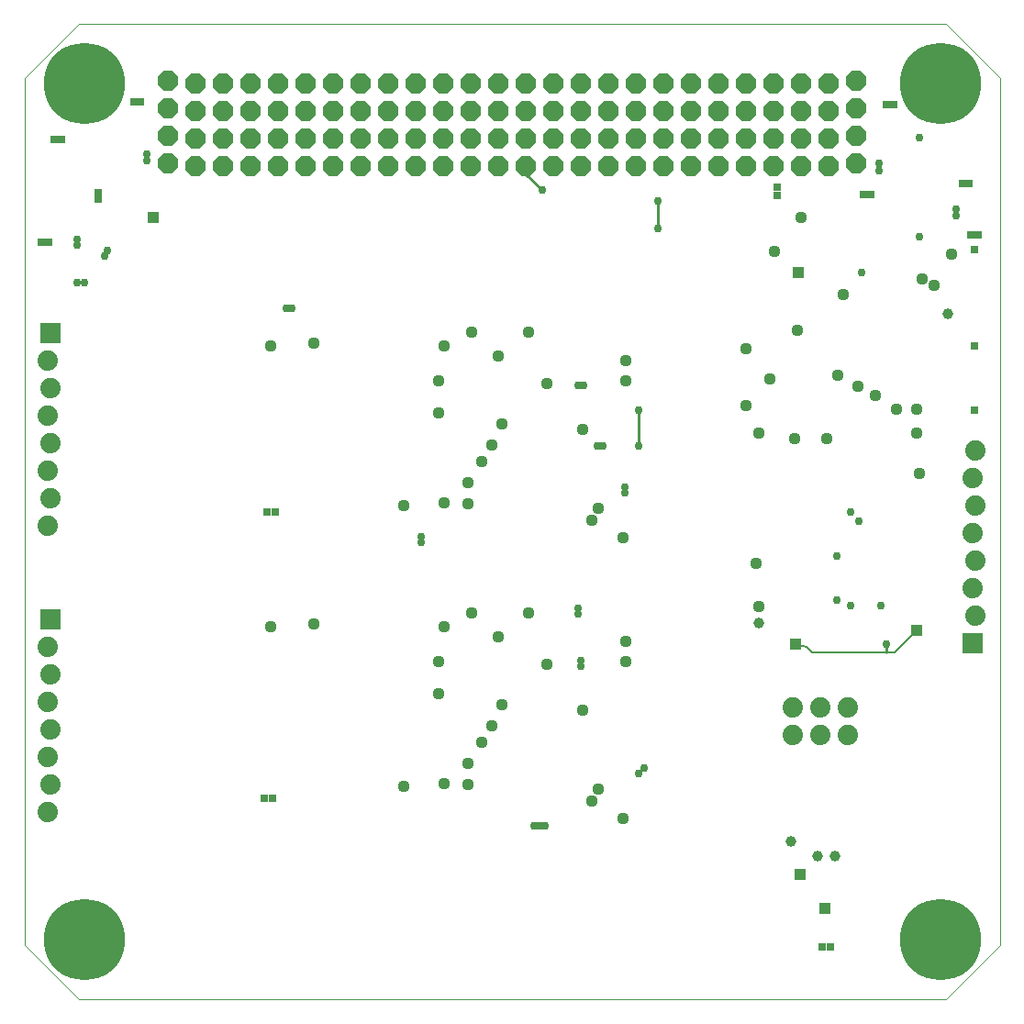
<source format=gbl>
G75*
%MOIN*%
%OFA0B0*%
%FSLAX25Y25*%
%IPPOS*%
%LPD*%
%AMOC8*
5,1,8,0,0,1.08239X$1,22.5*
%
%ADD10C,0.00000*%
%ADD11C,0.29528*%
%ADD12OC8,0.07400*%
%ADD13C,0.04400*%
%ADD14R,0.07400X0.07400*%
%ADD15C,0.07400*%
%ADD16C,0.02978*%
%ADD17C,0.01000*%
%ADD18R,0.02978X0.02978*%
%ADD19R,0.03962X0.03962*%
%ADD20C,0.03962*%
%ADD21C,0.00800*%
D10*
X0010258Y0024038D02*
X0010258Y0338998D01*
X0029943Y0358683D01*
X0344904Y0358683D01*
X0364589Y0338998D01*
X0364589Y0024038D01*
X0344904Y0004353D01*
X0029943Y0004353D01*
X0010258Y0024038D01*
D11*
X0031912Y0026006D03*
X0342935Y0026006D03*
X0342935Y0337030D03*
X0031912Y0337030D03*
D12*
X0062424Y0338030D03*
X0062424Y0328030D03*
X0072424Y0327030D03*
X0072424Y0317030D03*
X0072424Y0307030D03*
X0062424Y0308030D03*
X0062424Y0318030D03*
X0082424Y0317030D03*
X0092424Y0317030D03*
X0102424Y0317030D03*
X0102424Y0327030D03*
X0092424Y0327030D03*
X0082424Y0327030D03*
X0082424Y0337030D03*
X0092424Y0337030D03*
X0102424Y0337030D03*
X0112424Y0337030D03*
X0122424Y0337030D03*
X0132424Y0337030D03*
X0142424Y0337030D03*
X0152424Y0337030D03*
X0162424Y0337030D03*
X0172424Y0337030D03*
X0182424Y0337030D03*
X0192424Y0337030D03*
X0202424Y0337030D03*
X0212424Y0337030D03*
X0222424Y0337030D03*
X0232424Y0337030D03*
X0242424Y0337030D03*
X0252424Y0337030D03*
X0262424Y0337030D03*
X0272424Y0337030D03*
X0282424Y0337030D03*
X0292424Y0337030D03*
X0302424Y0337030D03*
X0312424Y0338030D03*
X0312424Y0328030D03*
X0302424Y0327030D03*
X0302424Y0317030D03*
X0302424Y0307030D03*
X0292424Y0307030D03*
X0292424Y0317030D03*
X0292424Y0327030D03*
X0282424Y0327030D03*
X0282424Y0317030D03*
X0282424Y0307030D03*
X0272424Y0307030D03*
X0272424Y0317030D03*
X0272424Y0327030D03*
X0262424Y0327030D03*
X0262424Y0317030D03*
X0262424Y0307030D03*
X0252424Y0307030D03*
X0252424Y0317030D03*
X0252424Y0327030D03*
X0242424Y0327030D03*
X0242424Y0317030D03*
X0242424Y0307030D03*
X0232424Y0307030D03*
X0232424Y0317030D03*
X0232424Y0327030D03*
X0222424Y0327030D03*
X0222424Y0317030D03*
X0222424Y0307030D03*
X0212424Y0307030D03*
X0212424Y0317030D03*
X0212424Y0327030D03*
X0202424Y0327030D03*
X0202424Y0317030D03*
X0202424Y0307030D03*
X0192424Y0307030D03*
X0192424Y0317030D03*
X0192424Y0327030D03*
X0182424Y0327030D03*
X0182424Y0317030D03*
X0182424Y0307030D03*
X0172424Y0307030D03*
X0172424Y0317030D03*
X0172424Y0327030D03*
X0162424Y0327030D03*
X0162424Y0317030D03*
X0162424Y0307030D03*
X0152424Y0307030D03*
X0152424Y0317030D03*
X0152424Y0327030D03*
X0142424Y0327030D03*
X0142424Y0317030D03*
X0142424Y0307030D03*
X0132424Y0307030D03*
X0132424Y0317030D03*
X0132424Y0327030D03*
X0122424Y0327030D03*
X0122424Y0317030D03*
X0122424Y0307030D03*
X0112424Y0307030D03*
X0112424Y0317030D03*
X0112424Y0327030D03*
X0102424Y0307030D03*
X0092424Y0307030D03*
X0082424Y0307030D03*
X0072424Y0337030D03*
X0312424Y0318030D03*
X0312424Y0308030D03*
D13*
X0292435Y0288415D03*
X0282593Y0276112D03*
X0307691Y0260364D03*
X0290959Y0247569D03*
X0272258Y0240679D03*
X0281117Y0229852D03*
X0272258Y0220009D03*
X0277180Y0210167D03*
X0289975Y0208198D03*
X0301786Y0208198D03*
X0319452Y0223686D03*
X0313205Y0227307D03*
X0305723Y0231220D03*
X0326973Y0218671D03*
X0334473Y0218671D03*
X0334266Y0210167D03*
X0335250Y0195403D03*
X0276195Y0162923D03*
X0277180Y0147175D03*
X0228739Y0134522D03*
X0228837Y0127042D03*
X0212991Y0109424D03*
X0200195Y0126156D03*
X0182479Y0135998D03*
X0172636Y0144857D03*
X0162794Y0139935D03*
X0160825Y0127140D03*
X0160825Y0115329D03*
X0179934Y0103910D03*
X0176313Y0097663D03*
X0171298Y0090142D03*
X0171298Y0082642D03*
X0162794Y0082849D03*
X0148030Y0081865D03*
X0183847Y0111392D03*
X0193306Y0144857D03*
X0216435Y0178451D03*
X0218896Y0182880D03*
X0227754Y0172054D03*
X0212991Y0211424D03*
X0200195Y0228156D03*
X0182479Y0237998D03*
X0172636Y0246857D03*
X0162794Y0241935D03*
X0160825Y0229140D03*
X0160825Y0217329D03*
X0179934Y0205910D03*
X0176313Y0199663D03*
X0171298Y0192142D03*
X0171298Y0184642D03*
X0162794Y0184849D03*
X0148030Y0183865D03*
X0183847Y0213392D03*
X0193306Y0246857D03*
X0228739Y0236522D03*
X0228837Y0229042D03*
X0336235Y0266269D03*
X0340664Y0263809D03*
X0347061Y0275128D03*
X0218896Y0080880D03*
X0216435Y0076451D03*
X0227754Y0070054D03*
X0115550Y0140920D03*
X0099802Y0139935D03*
X0099802Y0241935D03*
X0115550Y0242920D03*
D14*
X0019798Y0246392D03*
X0019798Y0142392D03*
X0354861Y0133729D03*
D15*
X0355861Y0143729D03*
X0354861Y0153729D03*
X0355861Y0163729D03*
X0354861Y0173729D03*
X0355861Y0183729D03*
X0354861Y0193729D03*
X0355861Y0203729D03*
X0309298Y0110392D03*
X0309298Y0100392D03*
X0299298Y0100392D03*
X0299298Y0110392D03*
X0289298Y0110392D03*
X0289298Y0100392D03*
X0019798Y0102392D03*
X0018798Y0112392D03*
X0019798Y0122392D03*
X0018798Y0132392D03*
X0018798Y0092392D03*
X0019798Y0082392D03*
X0018798Y0072392D03*
X0018798Y0176392D03*
X0019798Y0186392D03*
X0018798Y0196392D03*
X0019798Y0206392D03*
X0018798Y0216392D03*
X0019798Y0226392D03*
X0018798Y0236392D03*
D16*
X0029548Y0264892D03*
X0032048Y0264892D03*
X0039298Y0274392D03*
X0040298Y0276392D03*
X0029298Y0278392D03*
X0029298Y0280392D03*
X0054798Y0309142D03*
X0054798Y0311642D03*
X0105298Y0255392D03*
X0107298Y0255392D03*
X0154298Y0172392D03*
X0154298Y0170392D03*
X0211298Y0146392D03*
X0211298Y0144392D03*
X0212298Y0127392D03*
X0212298Y0125392D03*
X0235298Y0088392D03*
X0233298Y0086392D03*
X0199298Y0067392D03*
X0197298Y0067392D03*
X0195298Y0067392D03*
X0305298Y0149392D03*
X0310298Y0147392D03*
X0321298Y0147392D03*
X0323298Y0133392D03*
X0305298Y0165392D03*
X0313405Y0178285D03*
X0310298Y0181392D03*
X0233298Y0205392D03*
X0233298Y0218392D03*
X0220298Y0205392D03*
X0218298Y0205392D03*
X0228508Y0190392D03*
X0228508Y0188392D03*
X0213298Y0227392D03*
X0211298Y0227392D03*
X0240298Y0284392D03*
X0240298Y0294392D03*
X0198298Y0298392D03*
X0314298Y0268392D03*
X0335298Y0281392D03*
X0348798Y0289142D03*
X0348798Y0291642D03*
X0335298Y0317392D03*
X0320798Y0308142D03*
X0320798Y0305642D03*
D17*
X0240298Y0294392D02*
X0240298Y0284392D01*
X0198298Y0298392D02*
X0192424Y0304266D01*
X0192424Y0307030D01*
X0233298Y0218392D02*
X0233298Y0205392D01*
X0323298Y0133392D02*
X0323298Y0130392D01*
D18*
X0355298Y0218392D03*
X0355298Y0241892D03*
X0355298Y0276892D03*
X0354189Y0282286D03*
X0356689Y0282286D03*
X0353406Y0300749D03*
X0350906Y0300749D03*
X0317656Y0296749D03*
X0315156Y0296749D03*
X0283698Y0296492D03*
X0283698Y0299392D03*
X0323406Y0329499D03*
X0325906Y0329499D03*
X0101298Y0181392D03*
X0098298Y0181392D03*
X0018906Y0279499D03*
X0016406Y0279499D03*
X0036941Y0295001D03*
X0036941Y0297501D03*
X0023656Y0316749D03*
X0021156Y0316749D03*
X0049906Y0330499D03*
X0052406Y0330499D03*
X0097298Y0077392D03*
X0100298Y0077392D03*
X0300098Y0023392D03*
X0302998Y0023392D03*
D19*
X0301098Y0037592D03*
X0291898Y0049992D03*
X0290298Y0133392D03*
X0334298Y0138392D03*
X0291298Y0268592D03*
X0056898Y0288392D03*
D20*
X0276991Y0141164D03*
X0288698Y0061992D03*
X0298298Y0056392D03*
X0304698Y0056392D03*
X0345698Y0253392D03*
D21*
X0334298Y0138392D02*
X0326298Y0130392D01*
X0323298Y0130392D01*
X0296298Y0130392D01*
X0294298Y0132392D01*
X0290298Y0133392D01*
M02*

</source>
